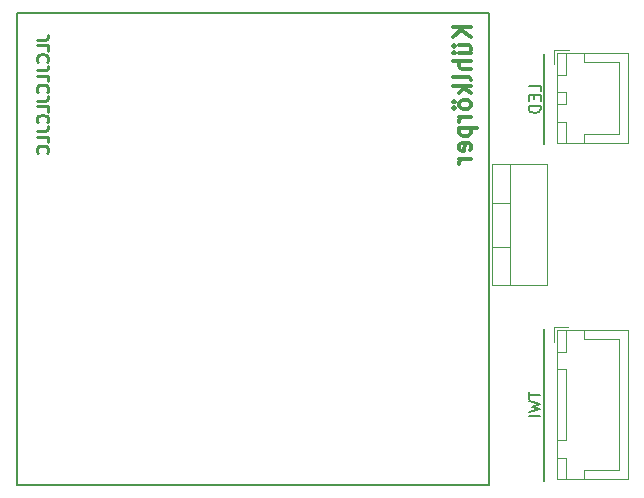
<source format=gbr>
%TF.GenerationSoftware,KiCad,Pcbnew,5.99.0-unknown-1f4a56005e~130~ubuntu20.04.1*%
%TF.CreationDate,2021-06-26T22:45:04+02:00*%
%TF.ProjectId,LED-Modul,4c45442d-4d6f-4647-956c-2e6b69636164,rev?*%
%TF.SameCoordinates,Original*%
%TF.FileFunction,Legend,Bot*%
%TF.FilePolarity,Positive*%
%FSLAX46Y46*%
G04 Gerber Fmt 4.6, Leading zero omitted, Abs format (unit mm)*
G04 Created by KiCad (PCBNEW 5.99.0-unknown-1f4a56005e~130~ubuntu20.04.1) date 2021-06-26 22:45:04*
%MOMM*%
%LPD*%
G01*
G04 APERTURE LIST*
%ADD10C,0.250000*%
%ADD11C,0.200000*%
%ADD12C,0.150000*%
%ADD13C,0.300000*%
%ADD14C,0.120000*%
G04 APERTURE END LIST*
D10*
X126452380Y-78311952D02*
X127166666Y-78311952D01*
X127309523Y-78264333D01*
X127404761Y-78169095D01*
X127452380Y-78026238D01*
X127452380Y-77931000D01*
X127452380Y-79264333D02*
X127452380Y-78788142D01*
X126452380Y-78788142D01*
X127357142Y-80169095D02*
X127404761Y-80121476D01*
X127452380Y-79978619D01*
X127452380Y-79883380D01*
X127404761Y-79740523D01*
X127309523Y-79645285D01*
X127214285Y-79597666D01*
X127023809Y-79550047D01*
X126880952Y-79550047D01*
X126690476Y-79597666D01*
X126595238Y-79645285D01*
X126500000Y-79740523D01*
X126452380Y-79883380D01*
X126452380Y-79978619D01*
X126500000Y-80121476D01*
X126547619Y-80169095D01*
X126452380Y-80883380D02*
X127166666Y-80883380D01*
X127309523Y-80835761D01*
X127404761Y-80740523D01*
X127452380Y-80597666D01*
X127452380Y-80502428D01*
X127452380Y-81835761D02*
X127452380Y-81359571D01*
X126452380Y-81359571D01*
X127357142Y-82740523D02*
X127404761Y-82692904D01*
X127452380Y-82550047D01*
X127452380Y-82454809D01*
X127404761Y-82311952D01*
X127309523Y-82216714D01*
X127214285Y-82169095D01*
X127023809Y-82121476D01*
X126880952Y-82121476D01*
X126690476Y-82169095D01*
X126595238Y-82216714D01*
X126500000Y-82311952D01*
X126452380Y-82454809D01*
X126452380Y-82550047D01*
X126500000Y-82692904D01*
X126547619Y-82740523D01*
X126452380Y-83454809D02*
X127166666Y-83454809D01*
X127309523Y-83407190D01*
X127404761Y-83311952D01*
X127452380Y-83169095D01*
X127452380Y-83073857D01*
X127452380Y-84407190D02*
X127452380Y-83931000D01*
X126452380Y-83931000D01*
X127357142Y-85311952D02*
X127404761Y-85264333D01*
X127452380Y-85121476D01*
X127452380Y-85026238D01*
X127404761Y-84883380D01*
X127309523Y-84788142D01*
X127214285Y-84740523D01*
X127023809Y-84692904D01*
X126880952Y-84692904D01*
X126690476Y-84740523D01*
X126595238Y-84788142D01*
X126500000Y-84883380D01*
X126452380Y-85026238D01*
X126452380Y-85121476D01*
X126500000Y-85264333D01*
X126547619Y-85311952D01*
X126452380Y-86026238D02*
X127166666Y-86026238D01*
X127309523Y-85978619D01*
X127404761Y-85883380D01*
X127452380Y-85740523D01*
X127452380Y-85645285D01*
X127452380Y-86978619D02*
X127452380Y-86502428D01*
X126452380Y-86502428D01*
X127357142Y-87883380D02*
X127404761Y-87835761D01*
X127452380Y-87692904D01*
X127452380Y-87597666D01*
X127404761Y-87454809D01*
X127309523Y-87359571D01*
X127214285Y-87311952D01*
X127023809Y-87264333D01*
X126880952Y-87264333D01*
X126690476Y-87311952D01*
X126595238Y-87359571D01*
X126500000Y-87454809D01*
X126452380Y-87597666D01*
X126452380Y-87692904D01*
X126500000Y-87835761D01*
X126547619Y-87883380D01*
D11*
X164750000Y-76000000D02*
X124750000Y-76000000D01*
X124750000Y-76000000D02*
X124750000Y-116000000D01*
X124750000Y-116000000D02*
X164750000Y-116000000D01*
X164750000Y-116000000D02*
X164750000Y-76000000D01*
D12*
X169367952Y-115670000D02*
X169367952Y-102770000D01*
X169418000Y-87112000D02*
X169418000Y-79512000D01*
D11*
X169120380Y-82669142D02*
X169120380Y-82192952D01*
X168120380Y-82192952D01*
X168596571Y-83002476D02*
X168596571Y-83335809D01*
X169120380Y-83478666D02*
X169120380Y-83002476D01*
X168120380Y-83002476D01*
X168120380Y-83478666D01*
X169120380Y-83907238D02*
X168120380Y-83907238D01*
X168120380Y-84145333D01*
X168168000Y-84288190D01*
X168263238Y-84383428D01*
X168358476Y-84431047D01*
X168548952Y-84478666D01*
X168691809Y-84478666D01*
X168882285Y-84431047D01*
X168977523Y-84383428D01*
X169072761Y-84288190D01*
X169120380Y-84145333D01*
X169120380Y-83907238D01*
X168108380Y-108124761D02*
X168108380Y-108696190D01*
X169108380Y-108410476D02*
X168108380Y-108410476D01*
X168108380Y-108934285D02*
X169108380Y-109172380D01*
X168394095Y-109362857D01*
X169108380Y-109553333D01*
X168108380Y-109791428D01*
X169108380Y-110172380D02*
X168108380Y-110172380D01*
D13*
X163238571Y-77252428D02*
X161738571Y-77252428D01*
X163238571Y-78109571D02*
X162381428Y-77466714D01*
X161738571Y-78109571D02*
X162595714Y-77252428D01*
X162238571Y-79395285D02*
X163238571Y-79395285D01*
X162238571Y-78752428D02*
X163024285Y-78752428D01*
X163167142Y-78823857D01*
X163238571Y-78966714D01*
X163238571Y-79181000D01*
X163167142Y-79323857D01*
X163095714Y-79395285D01*
X161738571Y-78823857D02*
X161810000Y-78895285D01*
X161881428Y-78823857D01*
X161810000Y-78752428D01*
X161738571Y-78823857D01*
X161881428Y-78823857D01*
X161738571Y-79395285D02*
X161810000Y-79466714D01*
X161881428Y-79395285D01*
X161810000Y-79323857D01*
X161738571Y-79395285D01*
X161881428Y-79395285D01*
X163238571Y-80109571D02*
X161738571Y-80109571D01*
X163238571Y-80752428D02*
X162452857Y-80752428D01*
X162310000Y-80681000D01*
X162238571Y-80538142D01*
X162238571Y-80323857D01*
X162310000Y-80181000D01*
X162381428Y-80109571D01*
X163238571Y-81681000D02*
X163167142Y-81538142D01*
X163024285Y-81466714D01*
X161738571Y-81466714D01*
X163238571Y-82252428D02*
X161738571Y-82252428D01*
X162667142Y-82395285D02*
X163238571Y-82823857D01*
X162238571Y-82823857D02*
X162810000Y-82252428D01*
X163238571Y-83681000D02*
X163167142Y-83538142D01*
X163095714Y-83466714D01*
X162952857Y-83395285D01*
X162524285Y-83395285D01*
X162381428Y-83466714D01*
X162310000Y-83538142D01*
X162238571Y-83681000D01*
X162238571Y-83895285D01*
X162310000Y-84038142D01*
X162381428Y-84109571D01*
X162524285Y-84181000D01*
X162952857Y-84181000D01*
X163095714Y-84109571D01*
X163167142Y-84038142D01*
X163238571Y-83895285D01*
X163238571Y-83681000D01*
X161738571Y-83538142D02*
X161810000Y-83609571D01*
X161881428Y-83538142D01*
X161810000Y-83466714D01*
X161738571Y-83538142D01*
X161881428Y-83538142D01*
X161738571Y-84109571D02*
X161810000Y-84181000D01*
X161881428Y-84109571D01*
X161810000Y-84038142D01*
X161738571Y-84109571D01*
X161881428Y-84109571D01*
X163238571Y-84823857D02*
X162238571Y-84823857D01*
X162524285Y-84823857D02*
X162381428Y-84895285D01*
X162310000Y-84966714D01*
X162238571Y-85109571D01*
X162238571Y-85252428D01*
X162238571Y-85752428D02*
X163738571Y-85752428D01*
X162310000Y-85752428D02*
X162238571Y-85895285D01*
X162238571Y-86181000D01*
X162310000Y-86323857D01*
X162381428Y-86395285D01*
X162524285Y-86466714D01*
X162952857Y-86466714D01*
X163095714Y-86395285D01*
X163167142Y-86323857D01*
X163238571Y-86181000D01*
X163238571Y-85895285D01*
X163167142Y-85752428D01*
X163167142Y-87681000D02*
X163238571Y-87538142D01*
X163238571Y-87252428D01*
X163167142Y-87109571D01*
X163024285Y-87038142D01*
X162452857Y-87038142D01*
X162310000Y-87109571D01*
X162238571Y-87252428D01*
X162238571Y-87538142D01*
X162310000Y-87681000D01*
X162452857Y-87752428D01*
X162595714Y-87752428D01*
X162738571Y-87038142D01*
X163238571Y-88395285D02*
X162238571Y-88395285D01*
X162524285Y-88395285D02*
X162381428Y-88466714D01*
X162310000Y-88538142D01*
X162238571Y-88681000D01*
X162238571Y-88823857D01*
D14*
%TO.C,J2*%
X175725000Y-114770000D02*
X175725000Y-109220000D01*
X172775000Y-102920000D02*
X172775000Y-103670000D01*
X172775000Y-103670000D02*
X175725000Y-103670000D01*
X170515000Y-102910000D02*
X176485000Y-102910000D01*
X170515000Y-115530000D02*
X170515000Y-102910000D01*
X171275000Y-113720000D02*
X171275000Y-115520000D01*
X171275000Y-104720000D02*
X170525000Y-104720000D01*
X170225000Y-102620000D02*
X171475000Y-102620000D01*
X170525000Y-112220000D02*
X170525000Y-106220000D01*
X170525000Y-113720000D02*
X171275000Y-113720000D01*
X170525000Y-104720000D02*
X170525000Y-102920000D01*
X171275000Y-115520000D02*
X170525000Y-115520000D01*
X176485000Y-102910000D02*
X176485000Y-115530000D01*
X175725000Y-103670000D02*
X175725000Y-109220000D01*
X170225000Y-103870000D02*
X170225000Y-102620000D01*
X176485000Y-115530000D02*
X170515000Y-115530000D01*
X171275000Y-102920000D02*
X171275000Y-104720000D01*
X171275000Y-106220000D02*
X171275000Y-112220000D01*
X172775000Y-115520000D02*
X172775000Y-114770000D01*
X171275000Y-112220000D02*
X170525000Y-112220000D01*
X170525000Y-106220000D02*
X171275000Y-106220000D01*
X170525000Y-102920000D02*
X171275000Y-102920000D01*
X172775000Y-114770000D02*
X175725000Y-114770000D01*
X170525000Y-115520000D02*
X170525000Y-113720000D01*
%TO.C,J1*%
X172800000Y-80200000D02*
X175750000Y-80200000D01*
X170550000Y-81250000D02*
X170550000Y-79450000D01*
X175750000Y-80200000D02*
X175750000Y-83250000D01*
X170550000Y-85250000D02*
X171300000Y-85250000D01*
X175750000Y-86300000D02*
X175750000Y-83250000D01*
X172800000Y-87050000D02*
X172800000Y-86300000D01*
X171300000Y-87050000D02*
X170550000Y-87050000D01*
X176510000Y-87060000D02*
X170540000Y-87060000D01*
X170250000Y-79150000D02*
X171500000Y-79150000D01*
X171300000Y-81250000D02*
X170550000Y-81250000D01*
X170250000Y-80400000D02*
X170250000Y-79150000D01*
X171300000Y-82750000D02*
X171300000Y-83750000D01*
X170550000Y-83750000D02*
X170550000Y-82750000D01*
X170550000Y-87050000D02*
X170550000Y-85250000D01*
X171300000Y-85250000D02*
X171300000Y-87050000D01*
X171300000Y-83750000D02*
X170550000Y-83750000D01*
X172800000Y-79450000D02*
X172800000Y-80200000D01*
X170550000Y-82750000D02*
X171300000Y-82750000D01*
X171300000Y-79450000D02*
X171300000Y-81250000D01*
X170550000Y-79450000D02*
X171300000Y-79450000D01*
X170540000Y-79440000D02*
X176510000Y-79440000D01*
X170540000Y-87060000D02*
X170540000Y-79440000D01*
X176510000Y-79440000D02*
X176510000Y-87060000D01*
X172800000Y-86300000D02*
X175750000Y-86300000D01*
%TO.C,U1*%
X165030000Y-88859000D02*
X165030000Y-99100000D01*
X165030000Y-99100000D02*
X169671000Y-99100000D01*
X169671000Y-88859000D02*
X169671000Y-99100000D01*
X165030000Y-88859000D02*
X169671000Y-88859000D01*
X165030000Y-92130000D02*
X166540000Y-92130000D01*
X165030000Y-95830000D02*
X166540000Y-95830000D01*
X166540000Y-88859000D02*
X166540000Y-99100000D01*
%TD*%
M02*

</source>
